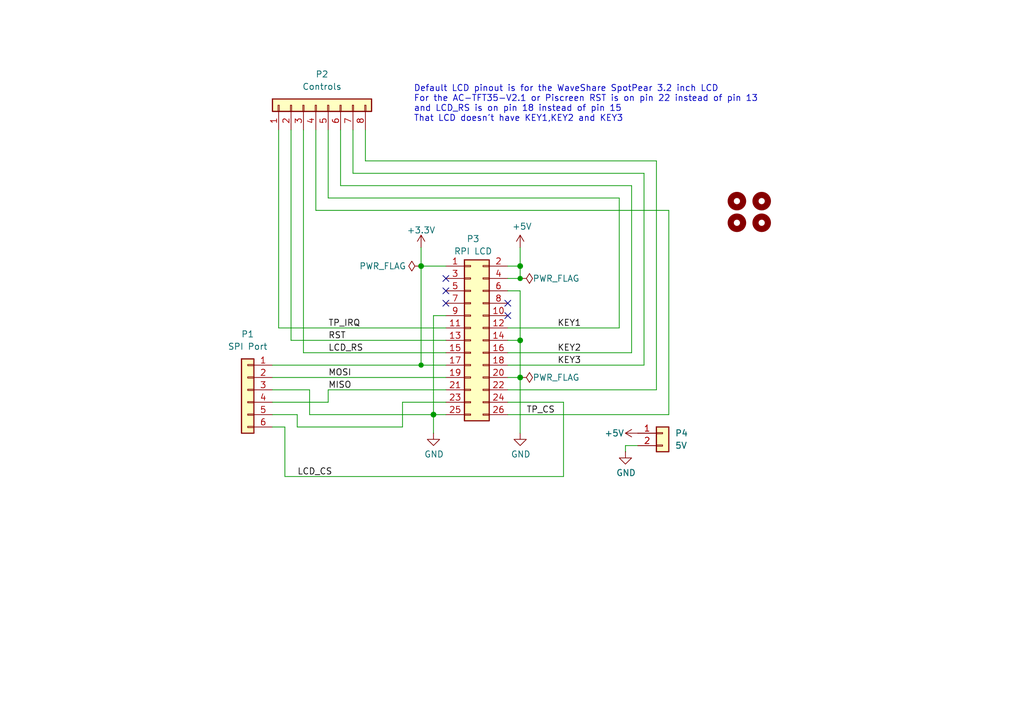
<source format=kicad_sch>
(kicad_sch (version 20231120) (generator "eeschema") (generator_version "8.0")
  (paper "A5")
  (title_block (title "RPI LCD adapter") (date "2025-01-12") (rev "1") (company "Catudal Software"))
  (lib_symbols
    (symbol "Connector_Generic:Conn_01x02" (pin_names (offset 1.016) hide)
      (property "Reference" "J" (at 0 2.54 0))
      (property "Value" "Conn_01x02" (at 0 -5.08 0))
      (symbol "Conn_01x02_1_1"
        (rectangle (start -1.27 -2.413) (end 0 -2.667) (stroke (width 0.1524)))
        (rectangle (start -1.27 0.127) (end 0 -0.127) (stroke (width 0.1524)))
        (rectangle (start -1.27 1.27) (end 1.27 -3.81) (stroke (width 0.254)) (fill (type background)))
        (pin passive line (at -5.08 0 0) (length 3.81) (name "Pin_1") (number "1"))
        (pin passive line (at -5.08 -2.54 0) (length 3.81) (name "Pin_2") (number "2"))
      )
    )
    (symbol "Connector_Generic:Conn_01x06" (pin_names (offset 1.016) hide)
      (property "Reference" "J" (at 0 7.62 0))
      (property "Value" "Conn_01x06" (at 0 -10.16 0))
      (symbol "Conn_01x06_1_1"
        (rectangle (start -1.27 -7.493) (end 0 -7.747) (stroke (width 0.1524)))
        (rectangle (start -1.27 -4.953) (end 0 -5.207) (stroke (width 0.1524)))
        (rectangle (start -1.27 -2.413) (end 0 -2.667) (stroke (width 0.1524)))
        (rectangle (start -1.27 0.127) (end 0 -0.127) (stroke (width 0.1524)))
        (rectangle (start -1.27 2.667) (end 0 2.413) (stroke (width 0.1524)))
        (rectangle (start -1.27 5.207) (end 0 4.953) (stroke (width 0.1524)))
        (rectangle (start -1.27 6.35) (end 1.27 -8.89) (stroke (width 0.254)) (fill (type background)))
        (pin passive line (at -5.08 5.08 0) (length 3.81) (name "Pin_1") (number "1"))
        (pin passive line (at -5.08 2.54 0) (length 3.81) (name "Pin_2") (number "2"))
        (pin passive line (at -5.08 0 0) (length 3.81) (name "Pin_3") (number "3"))
        (pin passive line (at -5.08 -2.54 0) (length 3.81) (name "Pin_4") (number "4"))
        (pin passive line (at -5.08 -5.08 0) (length 3.81) (name "Pin_5") (number "5"))
        (pin passive line (at -5.08 -7.62 0) (length 3.81) (name "Pin_6") (number "6"))
      )
    )
    (symbol "Connector_Generic:Conn_01x08" (pin_names (offset 1.016) hide)
      (property "Reference" "J" (at 0 10.16 0))
      (property "Value" "Conn_01x08" (at 0 -12.7 0))
      (symbol "Conn_01x08_1_1"
        (rectangle (start -1.27 -10.033) (end 0 -10.287) (stroke (width 0.1524)))
        (rectangle (start -1.27 -7.493) (end 0 -7.747) (stroke (width 0.1524)))
        (rectangle (start -1.27 -4.953) (end 0 -5.207) (stroke (width 0.1524)))
        (rectangle (start -1.27 -2.413) (end 0 -2.667) (stroke (width 0.1524)))
        (rectangle (start -1.27 0.127) (end 0 -0.127) (stroke (width 0.1524)))
        (rectangle (start -1.27 2.667) (end 0 2.413) (stroke (width 0.1524)))
        (rectangle (start -1.27 5.207) (end 0 4.953) (stroke (width 0.1524)))
        (rectangle (start -1.27 7.747) (end 0 7.493) (stroke (width 0.1524)))
        (rectangle (start -1.27 8.89) (end 1.27 -11.43) (stroke (width 0.254)) (fill (type background)))
        (pin passive line (at -5.08 7.62 0) (length 3.81) (name "Pin_1") (number "1"))
        (pin passive line (at -5.08 5.08 0) (length 3.81) (name "Pin_2") (number "2"))
        (pin passive line (at -5.08 2.54 0) (length 3.81) (name "Pin_3") (number "3"))
        (pin passive line (at -5.08 0 0) (length 3.81) (name "Pin_4") (number "4"))
        (pin passive line (at -5.08 -2.54 0) (length 3.81) (name "Pin_5") (number "5"))
        (pin passive line (at -5.08 -5.08 0) (length 3.81) (name "Pin_6") (number "6"))
        (pin passive line (at -5.08 -7.62 0) (length 3.81) (name "Pin_7") (number "7"))
        (pin passive line (at -5.08 -10.16 0) (length 3.81) (name "Pin_8") (number "8"))
      )
    )
    (symbol "Connector_Generic:Conn_02x13_Odd_Even" (pin_names (offset 1.016) hide)
      (property "Reference" "J" (at 1.27 17.78 0))
      (property "Value" "Conn_02x13_Odd_Even" (at 1.27 -17.78 0))
      (symbol "Conn_02x13_Odd_Even_1_1"
        (rectangle (start -1.27 -15.113) (end 0 -15.367) (stroke (width 0.1524)))
        (rectangle (start -1.27 -12.573) (end 0 -12.827) (stroke (width 0.1524)))
        (rectangle (start -1.27 -10.033) (end 0 -10.287) (stroke (width 0.1524)))
        (rectangle (start -1.27 -7.493) (end 0 -7.747) (stroke (width 0.1524)))
        (rectangle (start -1.27 -4.953) (end 0 -5.207) (stroke (width 0.1524)))
        (rectangle (start -1.27 -2.413) (end 0 -2.667) (stroke (width 0.1524)))
        (rectangle (start -1.27 0.127) (end 0 -0.127) (stroke (width 0.1524)))
        (rectangle (start -1.27 2.667) (end 0 2.413) (stroke (width 0.1524)))
        (rectangle (start -1.27 5.207) (end 0 4.953) (stroke (width 0.1524)))
        (rectangle (start -1.27 7.747) (end 0 7.493) (stroke (width 0.1524)))
        (rectangle (start -1.27 10.287) (end 0 10.033) (stroke (width 0.1524)))
        (rectangle (start -1.27 12.827) (end 0 12.573) (stroke (width 0.1524)))
        (rectangle (start -1.27 15.367) (end 0 15.113) (stroke (width 0.1524)))
        (rectangle (start -1.27 16.51) (end 3.81 -16.51) (stroke (width 0.254)) (fill (type background)))
        (rectangle (start 3.81 -15.113) (end 2.54 -15.367) (stroke (width 0.1524)))
        (rectangle (start 3.81 -12.573) (end 2.54 -12.827) (stroke (width 0.1524)))
        (rectangle (start 3.81 -10.033) (end 2.54 -10.287) (stroke (width 0.1524)))
        (rectangle (start 3.81 -7.493) (end 2.54 -7.747) (stroke (width 0.1524)))
        (rectangle (start 3.81 -4.953) (end 2.54 -5.207) (stroke (width 0.1524)))
        (rectangle (start 3.81 -2.413) (end 2.54 -2.667) (stroke (width 0.1524)))
        (rectangle (start 3.81 0.127) (end 2.54 -0.127) (stroke (width 0.1524)))
        (rectangle (start 3.81 2.667) (end 2.54 2.413) (stroke (width 0.1524)))
        (rectangle (start 3.81 5.207) (end 2.54 4.953) (stroke (width 0.1524)))
        (rectangle (start 3.81 7.747) (end 2.54 7.493) (stroke (width 0.1524)))
        (rectangle (start 3.81 10.287) (end 2.54 10.033) (stroke (width 0.1524)))
        (rectangle (start 3.81 12.827) (end 2.54 12.573) (stroke (width 0.1524)))
        (rectangle (start 3.81 15.367) (end 2.54 15.113) (stroke (width 0.1524)))
        (pin passive line (at -5.08 15.24 0) (length 3.81) (name "Pin_1") (number "1"))
        (pin passive line (at 7.62 5.08 180) (length 3.81) (name "Pin_10") (number "10"))
        (pin passive line (at -5.08 2.54 0) (length 3.81) (name "Pin_11") (number "11"))
        (pin passive line (at 7.62 2.54 180) (length 3.81) (name "Pin_12") (number "12"))
        (pin passive line (at -5.08 0 0) (length 3.81) (name "Pin_13") (number "13"))
        (pin passive line (at 7.62 0 180) (length 3.81) (name "Pin_14") (number "14"))
        (pin passive line (at -5.08 -2.54 0) (length 3.81) (name "Pin_15") (number "15"))
        (pin passive line (at 7.62 -2.54 180) (length 3.81) (name "Pin_16") (number "16"))
        (pin passive line (at -5.08 -5.08 0) (length 3.81) (name "Pin_17") (number "17"))
        (pin passive line (at 7.62 -5.08 180) (length 3.81) (name "Pin_18") (number "18"))
        (pin passive line (at -5.08 -7.62 0) (length 3.81) (name "Pin_19") (number "19"))
        (pin passive line (at 7.62 15.24 180) (length 3.81) (name "Pin_2") (number "2"))
        (pin passive line (at 7.62 -7.62 180) (length 3.81) (name "Pin_20") (number "20"))
        (pin passive line (at -5.08 -10.16 0) (length 3.81) (name "Pin_21") (number "21"))
        (pin passive line (at 7.62 -10.16 180) (length 3.81) (name "Pin_22") (number "22"))
        (pin passive line (at -5.08 -12.7 0) (length 3.81) (name "Pin_23") (number "23"))
        (pin passive line (at 7.62 -12.7 180) (length 3.81) (name "Pin_24") (number "24"))
        (pin passive line (at -5.08 -15.24 0) (length 3.81) (name "Pin_25") (number "25"))
        (pin passive line (at 7.62 -15.24 180) (length 3.81) (name "Pin_26") (number "26"))
        (pin passive line (at -5.08 12.7 0) (length 3.81) (name "Pin_3") (number "3"))
        (pin passive line (at 7.62 12.7 180) (length 3.81) (name "Pin_4") (number "4"))
        (pin passive line (at -5.08 10.16 0) (length 3.81) (name "Pin_5") (number "5"))
        (pin passive line (at 7.62 10.16 180) (length 3.81) (name "Pin_6") (number "6"))
        (pin passive line (at -5.08 7.62 0) (length 3.81) (name "Pin_7") (number "7"))
        (pin passive line (at 7.62 7.62 180) (length 3.81) (name "Pin_8") (number "8"))
        (pin passive line (at -5.08 5.08 0) (length 3.81) (name "Pin_9") (number "9"))
      )
    )
    (symbol "Mechanical:MountingHole" (pin_names (offset 1.016)) (exclude_from_sim yes) (in_bom no)
      (property "Reference" "H" (at 0 5.08 0))
      (property "Value" "MountingHole" (at 0 3.175 0))
      (symbol "MountingHole_0_1"
        (circle (center 0 0) (radius 1.27) (stroke (width 1.27)))
      )
    )
    (symbol "power:+3.3V" (power) (pin_numbers hide) (pin_names (offset 0) hide)
      (property "Value" "+3.3V" (at 0 3.556 0))
      (symbol "+3.3V_0_1"
        (polyline (pts (xy -0.762 1.27) (xy 0 2.54)))
        (polyline (pts (xy 0 0) (xy 0 2.54)))
        (polyline (pts (xy 0 2.54) (xy 0.762 1.27)))
      )
      (symbol "+3.3V_1_1"
        (pin power_in line (at 0 0 90) (length 0) (name "~") (number "1"))
      )
    )
    (symbol "power:+5V" (power) (pin_numbers hide) (pin_names (offset 0) hide)
      (property "Value" "+5V" (at 0 3.556 0))
      (symbol "+5V_0_1"
        (polyline (pts (xy -0.762 1.27) (xy 0 2.54)))
        (polyline (pts (xy 0 0) (xy 0 2.54)))
        (polyline (pts (xy 0 2.54) (xy 0.762 1.27)))
      )
      (symbol "+5V_1_1"
        (pin power_in line (at 0 0 90) (length 0) (name "~") (number "1"))
      )
    )
    (symbol "power:GND" (power) (pin_numbers hide) (pin_names (offset 0) hide)
      (property "Value" "GND" (at 0 -3.81 0))
      (symbol "GND_0_1"
        (polyline (pts (xy 0 0) (xy 0 -1.27) (xy 1.27 -1.27) (xy 0 -2.54) (xy -1.27 -1.27) (xy 0 -1.27)))
      )
      (symbol "GND_1_1"
        (pin power_in line (at 0 0 270) (length 0) (name "~") (number "1"))
      )
    )
    (symbol "power:PWR_FLAG" (power) (pin_numbers hide) (pin_names (offset 0) hide)
      (property "Value" "PWR_FLAG" (at 0 3.81 0))
      (symbol "PWR_FLAG_0_0"
        (pin power_out line (at 0 0 90) (length 0) (name "~") (number "1"))
      )
      (symbol "PWR_FLAG_0_1"
        (polyline (pts (xy 0 0) (xy 0 1.27) (xy -1.016 1.905) (xy 0 2.54) (xy 1.016 1.905) (xy 0 1.27)))
      )
    )
  )
  (junction (at 106.68 54.61) (diameter 1.016))
  (junction (at 86.36 54.61) (diameter 1.016))
  (junction (at 88.9 85.09) (diameter 1.016))
  (junction (at 106.68 69.85) (diameter 1.016))
  (junction (at 106.68 77.47) (diameter 1.016))
  (junction (at 86.36 74.93))
  (junction (at 106.68 57.15))
  (no_connect (at 91.44 57.15))
  (no_connect (at 104.14 62.23))
  (no_connect (at 91.44 59.69))
  (no_connect (at 104.14 64.77))
  (no_connect (at 91.44 62.23))
  (wire (pts (xy 55.88 74.93) (xy 86.36 74.93)))
  (wire (pts (xy 127 40.64) (xy 127 67.31)))
  (wire (pts (xy 60.96 87.63) (xy 82.55 87.63)))
  (wire (pts (xy 115.57 82.55) (xy 115.57 97.79)))
  (wire (pts (xy 67.31 80.01) (xy 91.44 80.01)))
  (wire (pts (xy 57.15 67.31) (xy 91.44 67.31)))
  (wire (pts (xy 64.77 43.18) (xy 137.16 43.18)))
  (wire (pts (xy 72.39 26.67) (xy 72.39 35.56)))
  (wire (pts (xy 58.42 87.63) (xy 58.42 97.79)))
  (wire (pts (xy 132.08 74.93) (xy 104.14 74.93)))
  (wire (pts (xy 106.68 57.15) (xy 104.14 57.15)))
  (wire (pts (xy 134.62 33.02) (xy 134.62 80.01)))
  (wire (pts (xy 106.68 69.85) (xy 104.14 69.85)))
  (wire (pts (xy 57.15 26.67) (xy 57.15 67.31)))
  (wire (pts (xy 55.88 82.55) (xy 67.31 82.55)))
  (wire (pts (xy 82.55 82.55) (xy 91.44 82.55)))
  (wire (pts (xy 106.68 77.47) (xy 106.68 88.9)))
  (wire (pts (xy 128.27 92.71) (xy 128.27 91.44)))
  (wire (pts (xy 55.88 80.01) (xy 63.5 80.01)))
  (wire (pts (xy 55.88 87.63) (xy 58.42 87.63)))
  (wire (pts (xy 82.55 87.63) (xy 82.55 82.55)))
  (wire (pts (xy 106.68 69.85) (xy 106.68 77.47)))
  (wire (pts (xy 67.31 82.55) (xy 67.31 80.01)))
  (wire (pts (xy 128.27 91.44) (xy 130.81 91.44)))
  (wire (pts (xy 63.5 85.09) (xy 88.9 85.09)))
  (wire (pts (xy 88.9 64.77) (xy 91.44 64.77)))
  (wire (pts (xy 86.36 54.61) (xy 91.44 54.61)))
  (wire (pts (xy 67.31 40.64) (xy 127 40.64)))
  (wire (pts (xy 132.08 35.56) (xy 132.08 74.93)))
  (wire (pts (xy 134.62 80.01) (xy 104.14 80.01)))
  (wire (pts (xy 88.9 64.77) (xy 88.9 85.09)))
  (wire (pts (xy 69.85 26.67) (xy 69.85 38.1)))
  (wire (pts (xy 129.54 72.39) (xy 104.14 72.39)))
  (wire (pts (xy 59.69 69.85) (xy 91.44 69.85)))
  (wire (pts (xy 69.85 38.1) (xy 129.54 38.1)))
  (wire (pts (xy 129.54 38.1) (xy 129.54 72.39)))
  (wire (pts (xy 106.68 77.47) (xy 104.14 77.47)))
  (wire (pts (xy 62.23 72.39) (xy 91.44 72.39)))
  (wire (pts (xy 86.36 50.8) (xy 86.36 54.61)))
  (wire (pts (xy 106.68 59.69) (xy 106.68 69.85)))
  (wire (pts (xy 55.88 77.47) (xy 91.44 77.47)))
  (wire (pts (xy 63.5 80.01) (xy 63.5 85.09)))
  (wire (pts (xy 72.39 35.56) (xy 132.08 35.56)))
  (wire (pts (xy 58.42 97.79) (xy 115.57 97.79)))
  (wire (pts (xy 74.93 33.02) (xy 134.62 33.02)))
  (wire (pts (xy 106.68 59.69) (xy 104.14 59.69)))
  (wire (pts (xy 104.14 82.55) (xy 115.57 82.55)))
  (wire (pts (xy 86.36 74.93) (xy 91.44 74.93)))
  (wire (pts (xy 55.88 85.09) (xy 60.96 85.09)))
  (wire (pts (xy 59.69 26.67) (xy 59.69 69.85)))
  (wire (pts (xy 106.68 54.61) (xy 104.14 54.61)))
  (wire (pts (xy 106.68 54.61) (xy 106.68 57.15)))
  (wire (pts (xy 104.14 85.09) (xy 137.16 85.09)))
  (wire (pts (xy 88.9 85.09) (xy 88.9 88.9)))
  (wire (pts (xy 62.23 26.67) (xy 62.23 72.39)))
  (wire (pts (xy 64.77 26.67) (xy 64.77 43.18)))
  (wire (pts (xy 127 67.31) (xy 104.14 67.31)))
  (wire (pts (xy 86.36 54.61) (xy 86.36 74.93)))
  (wire (pts (xy 137.16 43.18) (xy 137.16 85.09)))
  (wire (pts (xy 106.68 50.8) (xy 106.68 54.61)))
  (wire (pts (xy 60.96 85.09) (xy 60.96 87.63)))
  (wire (pts (xy 67.31 26.67) (xy 67.31 40.64)))
  (wire (pts (xy 88.9 85.09) (xy 91.44 85.09)))
  (wire (pts (xy 74.93 26.67) (xy 74.93 33.02)))
  (text "Default LCD pinout is for the WaveShare SpotPear 3.2 inch LCD\nFor the AC-TFT35-V2.1 or Piscreen RST is on pin 22 instead of pin 13\nand LCD_RS is on pin 18 instead of pin 15\nThat LCD doesn't have KEY1,KEY2 and KEY3" (at 84.836 21.336 0) (effects (font (size 1.27 1.27)) (justify left)))
  (label "TP_IRQ" (at 67.31 67.31 0))
  (label "TP_CS" (at 107.95 85.09 0))
  (label "KEY2" (at 114.3 72.39 0))
  (label "RST" (at 67.31 69.85 0))
  (label "KEY3" (at 114.3 74.93 0))
  (label "LCD_CS" (at 60.96 97.79 0))
  (label "MISO" (at 67.31 80.01 0))
  (label "KEY1" (at 114.3 67.31 0))
  (label "MOSI" (at 67.31 77.47 0))
  (label "LCD_RS" (at 67.31 72.39 0))
  (symbol (lib_id "Mechanical:MountingHole") (at 151.13 41.275 0) (unit 1)
    (property "Reference" "H1" (effects (hide yes)))
    (property "Value" "MountingHole" (effects (hide yes)))
    (property "Footprint" "MountingHole:MountingHole_2.7mm_M2.5_DIN965_Pad" (effects (hide yes)))
    (property "Description" "Mounting Hole without connection" (effects (hide yes)))
  )
  (symbol (lib_id "Mechanical:MountingHole") (at 156.21 41.275 0) (unit 1)
    (property "Reference" "H3" (effects (hide yes)))
    (property "Value" "MountingHole" (effects (hide yes)))
    (property "Footprint" "MountingHole:MountingHole_2.7mm_M2.5_DIN965_Pad" (effects (hide yes)))
    (property "Description" "Mounting Hole without connection" (effects (hide yes)))
  )
  (symbol (lib_id "Mechanical:MountingHole") (at 151.13 45.72 0) (unit 1)
    (property "Reference" "H2" (effects (hide yes)))
    (property "Value" "MountingHole" (effects (hide yes)))
    (property "Footprint" "MountingHole:MountingHole_2.7mm_M2.5_DIN965_Pad" (effects (hide yes)))
    (property "Description" "Mounting Hole without connection" (effects (hide yes)))
  )
  (symbol (lib_id "Mechanical:MountingHole") (at 156.21 45.72 0) (unit 1)
    (property "Reference" "H4" (effects (hide yes)))
    (property "Value" "MountingHole" (effects (hide yes)))
    (property "Footprint" "MountingHole:MountingHole_2.7mm_M2.5_DIN965_Pad" (effects (hide yes)))
    (property "Description" "Mounting Hole without connection" (effects (hide yes)))
  )
  (symbol (lib_id "power:GND") (at 106.68 88.9 0) (unit 1)
    (property "Reference" "#PWR04" (effects (hide yes)))
    (property "Value" "GND" (at 106.7943 93.2244 0))
    (property "Description" "Power symbol creates a global label with name \"GND\" , ground" (effects (hide yes)))
  )
  (symbol (lib_id "Connector_Generic:Conn_02x13_Odd_Even") (at 96.52 69.85 0) (unit 1)
    (property "Reference" "P3" (at 97.028 49.022 0))
    (property "Value" "RPI LCD" (at 97.028 51.562 0))
    (property "Footprint" "Connector_PinSocket_2.54mm:PinSocket_2x13_P2.54mm_Vertical" (effects (hide yes)))
    (property "Description" "Generic connector, double row, 02x13, odd/even pin numbering scheme (row 1 odd numbers, row 2 even numbers), script generated (kicad-library-utils/schlib/autogen/connector/)" (effects (hide yes)))
  )
  (symbol (lib_id "power:GND") (at 88.9 88.9 0) (unit 1)
    (property "Reference" "#PWR02" (effects (hide yes)))
    (property "Value" "GND" (at 89.0143 93.2244 0))
    (property "Description" "Power symbol creates a global label with name \"GND\" , ground" (effects (hide yes)))
  )
  (symbol (lib_id "Connector_Generic:Conn_01x08") (at 64.77 21.59 90) (unit 1)
    (property "Reference" "P2" (at 66.04 15.24 90))
    (property "Value" "Controls" (at 66.04 17.78 90))
    (property "Footprint" "Connector_PinHeader_2.54mm:PinHeader_1x08_P2.54mm_Vertical" (effects (hide yes)))
    (property "Description" "Generic connector, single row, 01x08, script generated (kicad-library-utils/schlib/autogen/connector/)" (effects (hide yes)))
  )
  (symbol (lib_id "power:PWR_FLAG") (at 106.68 57.15 270) (unit 1)
    (property "Reference" "#FLG02" (effects (hide yes)))
    (property "Value" "PWR_FLAG" (at 109.22 57.15 90) (effects (justify left)))
    (property "Description" "Special symbol for telling ERC where power comes from" (effects (hide yes)))
  )
  (symbol (lib_id "power:GND") (at 128.27 92.71 0) (unit 1)
    (property "Reference" "#PWR05" (effects (hide yes)))
    (property "Value" "GND" (at 128.3843 97.0344 0))
    (property "Description" "Power symbol creates a global label with name \"GND\" , ground" (effects (hide yes)))
  )
  (symbol (lib_id "Connector_Generic:Conn_01x02") (at 135.89 88.9 0) (unit 1)
    (property "Reference" "P4" (at 138.43 88.8999 0) (effects (justify left)))
    (property "Value" "5V" (at 138.43 91.4399 0) (effects (justify left)))
    (property "Footprint" "Connector_PinHeader_2.54mm:PinHeader_1x02_P2.54mm_Vertical" (effects (hide yes)))
    (property "Description" "Generic connector, single row, 01x02, script generated (kicad-library-utils/schlib/autogen/connector/)" (effects (hide yes)))
  )
  (symbol (lib_id "power:+5V") (at 106.68 50.8 0) (unit 1)
    (property "Reference" "#PWR03" (effects (hide yes)))
    (property "Value" "+5V" (at 107.0483 46.4756 0))
    (property "Description" "Power symbol creates a global label with name \"+5V\"" (effects (hide yes)))
  )
  (symbol (lib_id "power:PWR_FLAG") (at 86.36 54.61 90) (unit 1)
    (property "Reference" "#FLG01" (effects (hide yes)))
    (property "Value" "PWR_FLAG" (at 83.312 54.61 90) (effects (justify left)))
    (property "Description" "Special symbol for telling ERC where power comes from" (effects (hide yes)))
  )
  (symbol (lib_id "Connector_Generic:Conn_01x06") (at 50.8 80.01 0) (mirror y) (unit 1)
    (property "Reference" "P1" (at 50.8 68.58 0))
    (property "Value" "SPI Port" (at 50.8 71.12 0))
    (property "Footprint" "Connector_PinHeader_2.54mm:PinHeader_1x06_P2.54mm_Vertical" (effects (hide yes)))
    (property "Description" "Generic connector, single row, 01x06, script generated (kicad-library-utils/schlib/autogen/connector/)" (effects (hide yes)))
  )
  (symbol (lib_id "power:PWR_FLAG") (at 106.68 77.47 270) (unit 1)
    (property "Reference" "#FLG03" (effects (hide yes)))
    (property "Value" "PWR_FLAG" (at 109.22 77.47 90) (effects (justify left)))
    (property "Description" "Special symbol for telling ERC where power comes from" (effects (hide yes)))
  )
  (symbol (lib_id "power:+5V") (at 130.81 88.9 90) (unit 1)
    (property "Reference" "#PWR06" (effects (hide yes)))
    (property "Value" "+5V" (at 125.984 88.9 90))
    (property "Description" "Power symbol creates a global label with name \"+5V\"" (effects (hide yes)))
  )
  (symbol (lib_id "power:+3.3V") (at 86.36 50.8 0) (unit 1)
    (property "Reference" "#PWR01" (effects (hide yes)))
    (property "Value" "+3.3V" (at 86.36 47.244 0))
    (property "Description" "Power symbol creates a global label with name \"+3.3V\"" (effects (hide yes)))
  )
)
</source>
